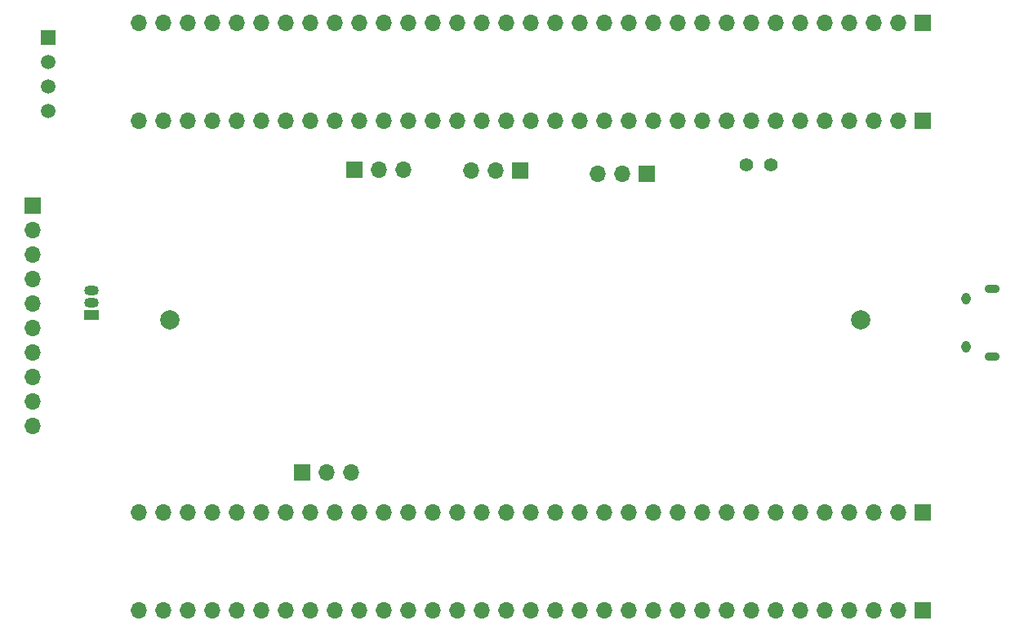
<source format=gbr>
%TF.GenerationSoftware,KiCad,Pcbnew,6.0.4-6f826c9f35~116~ubuntu21.10.1*%
%TF.CreationDate,2022-04-08T15:22:27+02:00*%
%TF.ProjectId,main,6d61696e-2e6b-4696-9361-645f70636258,rev?*%
%TF.SameCoordinates,Original*%
%TF.FileFunction,Soldermask,Bot*%
%TF.FilePolarity,Negative*%
%FSLAX46Y46*%
G04 Gerber Fmt 4.6, Leading zero omitted, Abs format (unit mm)*
G04 Created by KiCad (PCBNEW 6.0.4-6f826c9f35~116~ubuntu21.10.1) date 2022-04-08 15:22:27*
%MOMM*%
%LPD*%
G01*
G04 APERTURE LIST*
%ADD10O,1.550000X0.890000*%
%ADD11O,0.950000X1.250000*%
%ADD12R,1.700000X1.700000*%
%ADD13O,1.700000X1.700000*%
%ADD14C,1.400000*%
%ADD15R,1.500000X1.500000*%
%ADD16C,1.500000*%
%ADD17R,1.500000X1.050000*%
%ADD18O,1.500000X1.050000*%
%ADD19C,2.000000*%
G04 APERTURE END LIST*
D10*
%TO.C,J1*%
X187500000Y-100640000D03*
D11*
X184800000Y-99640000D03*
X184800000Y-94640000D03*
D10*
X187500000Y-93640000D03*
%TD*%
D12*
%TO.C,J3*%
X180340000Y-76200000D03*
D13*
X177800000Y-76200000D03*
X175260000Y-76200000D03*
X172720000Y-76200000D03*
X170180000Y-76200000D03*
X167640000Y-76200000D03*
X165100000Y-76200000D03*
X162560000Y-76200000D03*
X160020000Y-76200000D03*
X157480000Y-76200000D03*
X154940000Y-76200000D03*
X152400000Y-76200000D03*
X149860000Y-76200000D03*
X147320000Y-76200000D03*
X144780000Y-76200000D03*
X142240000Y-76200000D03*
X139700000Y-76200000D03*
X137160000Y-76200000D03*
X134620000Y-76200000D03*
X132080000Y-76200000D03*
X129540000Y-76200000D03*
X127000000Y-76200000D03*
X124460000Y-76200000D03*
X121920000Y-76200000D03*
X119380000Y-76200000D03*
X116840000Y-76200000D03*
X114300000Y-76200000D03*
X111760000Y-76200000D03*
X109220000Y-76200000D03*
X106680000Y-76200000D03*
X104140000Y-76200000D03*
X101600000Y-76200000D03*
X99060000Y-76200000D03*
%TD*%
D12*
%TO.C,J2*%
X180340000Y-66040000D03*
D13*
X177800000Y-66040000D03*
X175260000Y-66040000D03*
X172720000Y-66040000D03*
X170180000Y-66040000D03*
X167640000Y-66040000D03*
X165100000Y-66040000D03*
X162560000Y-66040000D03*
X160020000Y-66040000D03*
X157480000Y-66040000D03*
X154940000Y-66040000D03*
X152400000Y-66040000D03*
X149860000Y-66040000D03*
X147320000Y-66040000D03*
X144780000Y-66040000D03*
X142240000Y-66040000D03*
X139700000Y-66040000D03*
X137160000Y-66040000D03*
X134620000Y-66040000D03*
X132080000Y-66040000D03*
X129540000Y-66040000D03*
X127000000Y-66040000D03*
X124460000Y-66040000D03*
X121920000Y-66040000D03*
X119380000Y-66040000D03*
X116840000Y-66040000D03*
X114300000Y-66040000D03*
X111760000Y-66040000D03*
X109220000Y-66040000D03*
X106680000Y-66040000D03*
X104140000Y-66040000D03*
X101600000Y-66040000D03*
X99060000Y-66040000D03*
%TD*%
D12*
%TO.C,J6*%
X180340000Y-127000000D03*
D13*
X177800000Y-127000000D03*
X175260000Y-127000000D03*
X172720000Y-127000000D03*
X170180000Y-127000000D03*
X167640000Y-127000000D03*
X165100000Y-127000000D03*
X162560000Y-127000000D03*
X160020000Y-127000000D03*
X157480000Y-127000000D03*
X154940000Y-127000000D03*
X152400000Y-127000000D03*
X149860000Y-127000000D03*
X147320000Y-127000000D03*
X144780000Y-127000000D03*
X142240000Y-127000000D03*
X139700000Y-127000000D03*
X137160000Y-127000000D03*
X134620000Y-127000000D03*
X132080000Y-127000000D03*
X129540000Y-127000000D03*
X127000000Y-127000000D03*
X124460000Y-127000000D03*
X121920000Y-127000000D03*
X119380000Y-127000000D03*
X116840000Y-127000000D03*
X114300000Y-127000000D03*
X111760000Y-127000000D03*
X109220000Y-127000000D03*
X106680000Y-127000000D03*
X104140000Y-127000000D03*
X101600000Y-127000000D03*
X99060000Y-127000000D03*
%TD*%
D12*
%TO.C,J5*%
X180340000Y-116840000D03*
D13*
X177800000Y-116840000D03*
X175260000Y-116840000D03*
X172720000Y-116840000D03*
X170180000Y-116840000D03*
X167640000Y-116840000D03*
X165100000Y-116840000D03*
X162560000Y-116840000D03*
X160020000Y-116840000D03*
X157480000Y-116840000D03*
X154940000Y-116840000D03*
X152400000Y-116840000D03*
X149860000Y-116840000D03*
X147320000Y-116840000D03*
X144780000Y-116840000D03*
X142240000Y-116840000D03*
X139700000Y-116840000D03*
X137160000Y-116840000D03*
X134620000Y-116840000D03*
X132080000Y-116840000D03*
X129540000Y-116840000D03*
X127000000Y-116840000D03*
X124460000Y-116840000D03*
X121920000Y-116840000D03*
X119380000Y-116840000D03*
X116840000Y-116840000D03*
X114300000Y-116840000D03*
X111760000Y-116840000D03*
X109220000Y-116840000D03*
X106680000Y-116840000D03*
X104140000Y-116840000D03*
X101600000Y-116840000D03*
X99060000Y-116840000D03*
%TD*%
D12*
%TO.C,J4*%
X88030000Y-84995000D03*
D13*
X88030000Y-87535000D03*
X88030000Y-90075000D03*
X88030000Y-92615000D03*
X88030000Y-95155000D03*
X88030000Y-97695000D03*
X88030000Y-100235000D03*
X88030000Y-102775000D03*
X88030000Y-105315000D03*
X88030000Y-107855000D03*
%TD*%
D14*
%TO.C,JP5*%
X162070000Y-80740000D03*
X164610000Y-80740000D03*
%TD*%
D12*
%TO.C,JP1*%
X121385000Y-81280000D03*
D13*
X123925000Y-81280000D03*
X126465000Y-81280000D03*
%TD*%
D15*
%TO.C,U6*%
X89657500Y-67527500D03*
D16*
X89657500Y-70067500D03*
X89657500Y-72607500D03*
X89657500Y-75147500D03*
%TD*%
D17*
%TO.C,U7*%
X94140000Y-96330000D03*
D18*
X94140000Y-95060000D03*
X94140000Y-93790000D03*
%TD*%
D12*
%TO.C,JP3*%
X138625000Y-81360000D03*
D13*
X136085000Y-81360000D03*
X133545000Y-81360000D03*
%TD*%
D19*
%TO.C,BT1*%
X102270000Y-96830000D03*
X173870000Y-96830000D03*
%TD*%
D12*
%TO.C,JP2*%
X116020000Y-112640000D03*
D13*
X118560000Y-112640000D03*
X121100000Y-112640000D03*
%TD*%
D12*
%TO.C,JP4*%
X151740000Y-81660000D03*
D13*
X149200000Y-81660000D03*
X146660000Y-81660000D03*
%TD*%
M02*

</source>
